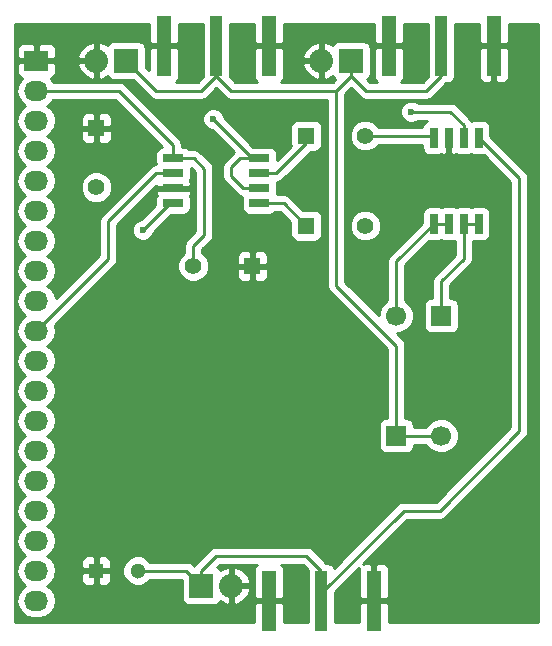
<source format=gtl>
G04 #@! TF.FileFunction,Copper,L1,Top,Signal*
%FSLAX46Y46*%
G04 Gerber Fmt 4.6, Leading zero omitted, Abs format (unit mm)*
G04 Created by KiCad (PCBNEW 4.0.4+e1-6308~48~ubuntu16.04.1-stable) date Fri Nov  4 19:46:32 2016*
%MOMM*%
%LPD*%
G01*
G04 APERTURE LIST*
%ADD10C,0.100000*%
%ADD11R,1.400000X1.400000*%
%ADD12C,1.400000*%
%ADD13R,1.270000X5.080000*%
%ADD14R,1.016000X5.080000*%
%ADD15R,1.700000X0.650000*%
%ADD16R,0.650000X1.700000*%
%ADD17C,1.300000*%
%ADD18R,1.300000X1.300000*%
%ADD19R,2.032000X2.032000*%
%ADD20O,2.032000X2.032000*%
%ADD21R,2.032000X1.727200*%
%ADD22O,2.032000X1.727200*%
%ADD23C,1.699260*%
%ADD24R,1.699260X1.699260*%
%ADD25C,0.600000*%
%ADD26C,0.250000*%
%ADD27C,0.254000*%
G04 APERTURE END LIST*
D10*
D11*
X64770000Y-88265000D03*
D12*
X64770000Y-93265000D03*
D11*
X82550000Y-88900000D03*
D12*
X87550000Y-88900000D03*
D11*
X82550000Y-96520000D03*
D12*
X87550000Y-96520000D03*
D13*
X79375000Y-128270000D03*
X88265000Y-128270000D03*
D14*
X83820000Y-128270000D03*
D13*
X79375000Y-81280000D03*
X70485000Y-81280000D03*
D14*
X74930000Y-81280000D03*
D13*
X98425000Y-81280000D03*
X89535000Y-81280000D03*
D14*
X93980000Y-81280000D03*
D15*
X71280000Y-90805000D03*
X71280000Y-92075000D03*
X71280000Y-93345000D03*
X71280000Y-94615000D03*
X78580000Y-94615000D03*
X78580000Y-93345000D03*
X78580000Y-92075000D03*
X78580000Y-90805000D03*
D16*
X97155000Y-89060000D03*
X95885000Y-89060000D03*
X94615000Y-89060000D03*
X93345000Y-89060000D03*
X93345000Y-96360000D03*
X94615000Y-96360000D03*
X95885000Y-96360000D03*
X97155000Y-96360000D03*
D17*
X68270000Y-125730000D03*
D18*
X64770000Y-125730000D03*
D19*
X73660000Y-127000000D03*
D20*
X76200000Y-127000000D03*
D19*
X67310000Y-82550000D03*
D20*
X64770000Y-82550000D03*
D19*
X86360000Y-82550000D03*
D20*
X83820000Y-82550000D03*
D11*
X77978000Y-99949000D03*
D12*
X72978000Y-99949000D03*
D21*
X59690000Y-82550000D03*
D22*
X59690000Y-85090000D03*
X59690000Y-87630000D03*
X59690000Y-90170000D03*
X59690000Y-92710000D03*
X59690000Y-95250000D03*
X59690000Y-97790000D03*
X59690000Y-100330000D03*
X59690000Y-102870000D03*
X59690000Y-105410000D03*
X59690000Y-107950000D03*
X59690000Y-110490000D03*
X59690000Y-113030000D03*
X59690000Y-115570000D03*
X59690000Y-118110000D03*
X59690000Y-120650000D03*
X59690000Y-123190000D03*
X59690000Y-125730000D03*
X59690000Y-128270000D03*
D23*
X90167460Y-104139480D03*
D24*
X90167460Y-114299480D03*
D23*
X93982540Y-114300520D03*
D24*
X93982540Y-104140520D03*
D25*
X74676000Y-87503000D03*
X91440000Y-86868000D03*
X68707000Y-96901000D03*
D26*
X78580000Y-90805000D02*
X76962000Y-90805000D01*
X77216000Y-93345000D02*
X78580000Y-93345000D01*
X76200000Y-92329000D02*
X77216000Y-93345000D01*
X76200000Y-91567000D02*
X76200000Y-92329000D01*
X76962000Y-90805000D02*
X76200000Y-91567000D01*
X74676000Y-87503000D02*
X77978000Y-90805000D01*
X77978000Y-90805000D02*
X78580000Y-90805000D01*
X78580000Y-92075000D02*
X80010000Y-92075000D01*
X80010000Y-92075000D02*
X82550000Y-89535000D01*
X82550000Y-89535000D02*
X82550000Y-88900000D01*
X87550000Y-88900000D02*
X93185000Y-88900000D01*
X93185000Y-88900000D02*
X93345000Y-89060000D01*
X78580000Y-94615000D02*
X80645000Y-94615000D01*
X80645000Y-94615000D02*
X82550000Y-96520000D01*
X95885000Y-88011000D02*
X95885000Y-89060000D01*
X94742000Y-86868000D02*
X95885000Y-88011000D01*
X91440000Y-86868000D02*
X94742000Y-86868000D01*
X90167460Y-114299480D02*
X90167460Y-106677460D01*
X85090000Y-101600000D02*
X85090000Y-85090000D01*
X90167460Y-106677460D02*
X85090000Y-101600000D01*
X90167460Y-114299480D02*
X93981500Y-114299480D01*
X93981500Y-114299480D02*
X93982540Y-114300520D01*
X86360000Y-82550000D02*
X86360000Y-83820000D01*
X86360000Y-83820000D02*
X87630000Y-85090000D01*
X93980000Y-83820000D02*
X93980000Y-81280000D01*
X74930000Y-81280000D02*
X74930000Y-83820000D01*
X85090000Y-85090000D02*
X86360000Y-83820000D01*
X67310000Y-82550000D02*
X69850000Y-85090000D01*
X74930000Y-83820000D02*
X76200000Y-85090000D01*
X76200000Y-85090000D02*
X85090000Y-85090000D01*
X69850000Y-85090000D02*
X73660000Y-85090000D01*
X73660000Y-85090000D02*
X74930000Y-83820000D01*
X92710000Y-85090000D02*
X93980000Y-83820000D01*
X87630000Y-85090000D02*
X92710000Y-85090000D01*
X95885000Y-96360000D02*
X97155000Y-96360000D01*
X93982540Y-104140520D02*
X93982540Y-101216460D01*
X95885000Y-99314000D02*
X95885000Y-96360000D01*
X93982540Y-101216460D02*
X95885000Y-99314000D01*
X93345000Y-96360000D02*
X94615000Y-96360000D01*
X90167460Y-104139480D02*
X90167460Y-99537540D01*
X90167460Y-99537540D02*
X93345000Y-96360000D01*
X90167460Y-104139480D02*
X90805520Y-104139480D01*
X83820000Y-128270000D02*
X83820000Y-127635000D01*
X83820000Y-127635000D02*
X90805000Y-120650000D01*
X100584000Y-92489000D02*
X97155000Y-89060000D01*
X100584000Y-113919000D02*
X100584000Y-92489000D01*
X93853000Y-120650000D02*
X100584000Y-113919000D01*
X90805000Y-120650000D02*
X93853000Y-120650000D01*
X68270000Y-125730000D02*
X72390000Y-125730000D01*
X72390000Y-125730000D02*
X73660000Y-127000000D01*
X73660000Y-127000000D02*
X73660000Y-125730000D01*
X73660000Y-125730000D02*
X74930000Y-124460000D01*
X74930000Y-124460000D02*
X82550000Y-124460000D01*
X82550000Y-124460000D02*
X83820000Y-125730000D01*
X83820000Y-125730000D02*
X83820000Y-128270000D01*
X68707000Y-96901000D02*
X70993000Y-94615000D01*
X70993000Y-94615000D02*
X71280000Y-94615000D01*
X71280000Y-92075000D02*
X69850000Y-92075000D01*
X65786000Y-99314000D02*
X59690000Y-105410000D01*
X65786000Y-96139000D02*
X65786000Y-99314000D01*
X69850000Y-92075000D02*
X65786000Y-96139000D01*
X72978000Y-99949000D02*
X72978000Y-98218000D01*
X73025000Y-90805000D02*
X71280000Y-90805000D01*
X73914000Y-91694000D02*
X73025000Y-90805000D01*
X73914000Y-97282000D02*
X73914000Y-91694000D01*
X72978000Y-98218000D02*
X73914000Y-97282000D01*
X59690000Y-85090000D02*
X66675000Y-85090000D01*
X71280000Y-89695000D02*
X71280000Y-90805000D01*
X66675000Y-85090000D02*
X71280000Y-89695000D01*
D27*
G36*
X69215000Y-80994250D02*
X69373750Y-81153000D01*
X70358000Y-81153000D01*
X70358000Y-81133000D01*
X70612000Y-81133000D01*
X70612000Y-81153000D01*
X71596250Y-81153000D01*
X71755000Y-80994250D01*
X71755000Y-79450000D01*
X73774560Y-79450000D01*
X73774560Y-83820000D01*
X73787330Y-83887868D01*
X73345198Y-84330000D01*
X71508025Y-84330000D01*
X71658327Y-84179699D01*
X71755000Y-83946310D01*
X71755000Y-81565750D01*
X71596250Y-81407000D01*
X70612000Y-81407000D01*
X70612000Y-81427000D01*
X70358000Y-81427000D01*
X70358000Y-81407000D01*
X69373750Y-81407000D01*
X69215000Y-81565750D01*
X69215000Y-83380198D01*
X68973440Y-83138638D01*
X68973440Y-81534000D01*
X68929162Y-81298683D01*
X68790090Y-81082559D01*
X68577890Y-80937569D01*
X68326000Y-80886560D01*
X66294000Y-80886560D01*
X66058683Y-80930838D01*
X65842559Y-81069910D01*
X65742144Y-81216872D01*
X65738379Y-81212812D01*
X65152946Y-80944017D01*
X64897000Y-81062633D01*
X64897000Y-82423000D01*
X64917000Y-82423000D01*
X64917000Y-82677000D01*
X64897000Y-82677000D01*
X64897000Y-84037367D01*
X65152946Y-84155983D01*
X65738379Y-83887188D01*
X65742934Y-83882276D01*
X65829910Y-84017441D01*
X66042110Y-84162431D01*
X66294000Y-84213440D01*
X67898638Y-84213440D01*
X69312599Y-85627401D01*
X69559160Y-85792148D01*
X69607414Y-85801746D01*
X69850000Y-85850000D01*
X73660000Y-85850000D01*
X73950839Y-85792148D01*
X74197401Y-85627401D01*
X74930000Y-84894802D01*
X75662599Y-85627401D01*
X75909160Y-85792148D01*
X76200000Y-85850000D01*
X84330000Y-85850000D01*
X84330000Y-101600000D01*
X84387852Y-101890839D01*
X84552599Y-102137401D01*
X89407460Y-106992262D01*
X89407460Y-112802410D01*
X89317830Y-112802410D01*
X89082513Y-112846688D01*
X88866389Y-112985760D01*
X88721399Y-113197960D01*
X88670390Y-113449850D01*
X88670390Y-115149110D01*
X88714668Y-115384427D01*
X88853740Y-115600551D01*
X89065940Y-115745541D01*
X89317830Y-115796550D01*
X91017090Y-115796550D01*
X91252407Y-115752272D01*
X91468531Y-115613200D01*
X91613521Y-115401000D01*
X91664530Y-115149110D01*
X91664530Y-115059480D01*
X92689764Y-115059480D01*
X92723198Y-115140397D01*
X93140466Y-115558394D01*
X93685933Y-115784892D01*
X94276556Y-115785408D01*
X94822417Y-115559862D01*
X95240414Y-115142594D01*
X95466912Y-114597127D01*
X95467428Y-114006504D01*
X95241882Y-113460643D01*
X94824614Y-113042646D01*
X94279147Y-112816148D01*
X93688524Y-112815632D01*
X93142663Y-113041178D01*
X92724666Y-113458446D01*
X92691018Y-113539480D01*
X91664530Y-113539480D01*
X91664530Y-113449850D01*
X91620252Y-113214533D01*
X91481180Y-112998409D01*
X91268980Y-112853419D01*
X91017090Y-112802410D01*
X90927460Y-112802410D01*
X90927460Y-106677460D01*
X90869608Y-106386621D01*
X90704861Y-106140059D01*
X90188932Y-105624130D01*
X90461476Y-105624368D01*
X91007337Y-105398822D01*
X91425334Y-104981554D01*
X91651832Y-104436087D01*
X91652348Y-103845464D01*
X91426802Y-103299603D01*
X91009534Y-102881606D01*
X90927460Y-102847526D01*
X90927460Y-99852342D01*
X92938804Y-97840998D01*
X93020000Y-97857440D01*
X93670000Y-97857440D01*
X93905317Y-97813162D01*
X93978778Y-97765891D01*
X94038110Y-97806431D01*
X94290000Y-97857440D01*
X94940000Y-97857440D01*
X95125000Y-97822630D01*
X95125000Y-98999198D01*
X93445139Y-100679059D01*
X93280392Y-100925621D01*
X93222540Y-101216460D01*
X93222540Y-102643450D01*
X93132910Y-102643450D01*
X92897593Y-102687728D01*
X92681469Y-102826800D01*
X92536479Y-103039000D01*
X92485470Y-103290890D01*
X92485470Y-104990150D01*
X92529748Y-105225467D01*
X92668820Y-105441591D01*
X92881020Y-105586581D01*
X93132910Y-105637590D01*
X94832170Y-105637590D01*
X95067487Y-105593312D01*
X95283611Y-105454240D01*
X95428601Y-105242040D01*
X95479610Y-104990150D01*
X95479610Y-103290890D01*
X95435332Y-103055573D01*
X95296260Y-102839449D01*
X95084060Y-102694459D01*
X94832170Y-102643450D01*
X94742540Y-102643450D01*
X94742540Y-101531262D01*
X96422401Y-99851401D01*
X96587148Y-99604839D01*
X96645000Y-99314000D01*
X96645000Y-97819977D01*
X96830000Y-97857440D01*
X97480000Y-97857440D01*
X97715317Y-97813162D01*
X97931441Y-97674090D01*
X98076431Y-97461890D01*
X98127440Y-97210000D01*
X98127440Y-95510000D01*
X98083162Y-95274683D01*
X97944090Y-95058559D01*
X97731890Y-94913569D01*
X97480000Y-94862560D01*
X96830000Y-94862560D01*
X96594683Y-94906838D01*
X96521222Y-94954109D01*
X96461890Y-94913569D01*
X96210000Y-94862560D01*
X95560000Y-94862560D01*
X95324683Y-94906838D01*
X95251222Y-94954109D01*
X95191890Y-94913569D01*
X94940000Y-94862560D01*
X94290000Y-94862560D01*
X94054683Y-94906838D01*
X93981222Y-94954109D01*
X93921890Y-94913569D01*
X93670000Y-94862560D01*
X93020000Y-94862560D01*
X92784683Y-94906838D01*
X92568559Y-95045910D01*
X92423569Y-95258110D01*
X92372560Y-95510000D01*
X92372560Y-96257638D01*
X89630059Y-99000139D01*
X89465312Y-99246701D01*
X89407460Y-99537540D01*
X89407460Y-102847133D01*
X89327583Y-102880138D01*
X88909586Y-103297406D01*
X88683088Y-103842873D01*
X88682848Y-104118046D01*
X85850000Y-101285198D01*
X85850000Y-96784383D01*
X86214769Y-96784383D01*
X86417582Y-97275229D01*
X86792796Y-97651098D01*
X87283287Y-97854768D01*
X87814383Y-97855231D01*
X88305229Y-97652418D01*
X88681098Y-97277204D01*
X88884768Y-96786713D01*
X88885231Y-96255617D01*
X88682418Y-95764771D01*
X88307204Y-95388902D01*
X87816713Y-95185232D01*
X87285617Y-95184769D01*
X86794771Y-95387582D01*
X86418902Y-95762796D01*
X86215232Y-96253287D01*
X86214769Y-96784383D01*
X85850000Y-96784383D01*
X85850000Y-85404802D01*
X86360000Y-84894802D01*
X87092599Y-85627401D01*
X87339160Y-85792148D01*
X87630000Y-85850000D01*
X92710000Y-85850000D01*
X93000839Y-85792148D01*
X93247401Y-85627401D01*
X94407362Y-84467440D01*
X94488000Y-84467440D01*
X94723317Y-84423162D01*
X94939441Y-84284090D01*
X95084431Y-84071890D01*
X95135440Y-83820000D01*
X95135440Y-81565750D01*
X97155000Y-81565750D01*
X97155000Y-83946310D01*
X97251673Y-84179699D01*
X97430302Y-84358327D01*
X97663691Y-84455000D01*
X98139250Y-84455000D01*
X98298000Y-84296250D01*
X98298000Y-81407000D01*
X98552000Y-81407000D01*
X98552000Y-84296250D01*
X98710750Y-84455000D01*
X99186309Y-84455000D01*
X99419698Y-84358327D01*
X99598327Y-84179699D01*
X99695000Y-83946310D01*
X99695000Y-81565750D01*
X99536250Y-81407000D01*
X98552000Y-81407000D01*
X98298000Y-81407000D01*
X97313750Y-81407000D01*
X97155000Y-81565750D01*
X95135440Y-81565750D01*
X95135440Y-79450000D01*
X97155000Y-79450000D01*
X97155000Y-80994250D01*
X97313750Y-81153000D01*
X98298000Y-81153000D01*
X98298000Y-81133000D01*
X98552000Y-81133000D01*
X98552000Y-81153000D01*
X99536250Y-81153000D01*
X99695000Y-80994250D01*
X99695000Y-79450000D01*
X102160000Y-79450000D01*
X102160000Y-130100000D01*
X89535000Y-130100000D01*
X89535000Y-128555750D01*
X89376250Y-128397000D01*
X88392000Y-128397000D01*
X88392000Y-128417000D01*
X88138000Y-128417000D01*
X88138000Y-128397000D01*
X87153750Y-128397000D01*
X86995000Y-128555750D01*
X86995000Y-130100000D01*
X84975440Y-130100000D01*
X84975440Y-127554362D01*
X87043711Y-125486091D01*
X86995000Y-125603690D01*
X86995000Y-127984250D01*
X87153750Y-128143000D01*
X88138000Y-128143000D01*
X88138000Y-125253750D01*
X88392000Y-125253750D01*
X88392000Y-128143000D01*
X89376250Y-128143000D01*
X89535000Y-127984250D01*
X89535000Y-125603690D01*
X89438327Y-125370301D01*
X89259698Y-125191673D01*
X89026309Y-125095000D01*
X88550750Y-125095000D01*
X88392000Y-125253750D01*
X88138000Y-125253750D01*
X87979250Y-125095000D01*
X87503691Y-125095000D01*
X87386090Y-125143712D01*
X91119802Y-121410000D01*
X93853000Y-121410000D01*
X94143839Y-121352148D01*
X94390401Y-121187401D01*
X101121401Y-114456401D01*
X101286147Y-114209840D01*
X101286148Y-114209839D01*
X101344000Y-113919000D01*
X101344000Y-92489000D01*
X101323313Y-92385000D01*
X101286148Y-92198160D01*
X101121401Y-91951599D01*
X98127440Y-88957638D01*
X98127440Y-88210000D01*
X98083162Y-87974683D01*
X97944090Y-87758559D01*
X97731890Y-87613569D01*
X97480000Y-87562560D01*
X96830000Y-87562560D01*
X96594683Y-87606838D01*
X96536461Y-87644303D01*
X96422401Y-87473599D01*
X95279401Y-86330599D01*
X95032839Y-86165852D01*
X94742000Y-86108000D01*
X92002463Y-86108000D01*
X91970327Y-86075808D01*
X91626799Y-85933162D01*
X91254833Y-85932838D01*
X90911057Y-86074883D01*
X90647808Y-86337673D01*
X90505162Y-86681201D01*
X90504838Y-87053167D01*
X90646883Y-87396943D01*
X90909673Y-87660192D01*
X91253201Y-87802838D01*
X91625167Y-87803162D01*
X91968943Y-87661117D01*
X92002118Y-87628000D01*
X92751796Y-87628000D01*
X92568559Y-87745910D01*
X92423569Y-87958110D01*
X92386735Y-88140000D01*
X88677655Y-88140000D01*
X88307204Y-87768902D01*
X87816713Y-87565232D01*
X87285617Y-87564769D01*
X86794771Y-87767582D01*
X86418902Y-88142796D01*
X86215232Y-88633287D01*
X86214769Y-89164383D01*
X86417582Y-89655229D01*
X86792796Y-90031098D01*
X87283287Y-90234768D01*
X87814383Y-90235231D01*
X88305229Y-90032418D01*
X88678297Y-89660000D01*
X92372560Y-89660000D01*
X92372560Y-89910000D01*
X92416838Y-90145317D01*
X92555910Y-90361441D01*
X92768110Y-90506431D01*
X93020000Y-90557440D01*
X93670000Y-90557440D01*
X93905317Y-90513162D01*
X93976400Y-90467422D01*
X94163690Y-90545000D01*
X94329250Y-90545000D01*
X94488000Y-90386250D01*
X94488000Y-89187000D01*
X94468000Y-89187000D01*
X94468000Y-88933000D01*
X94488000Y-88933000D01*
X94488000Y-88913000D01*
X94742000Y-88913000D01*
X94742000Y-88933000D01*
X94762000Y-88933000D01*
X94762000Y-89187000D01*
X94742000Y-89187000D01*
X94742000Y-90386250D01*
X94900750Y-90545000D01*
X95066310Y-90545000D01*
X95251993Y-90468088D01*
X95308110Y-90506431D01*
X95560000Y-90557440D01*
X96210000Y-90557440D01*
X96445317Y-90513162D01*
X96518778Y-90465891D01*
X96578110Y-90506431D01*
X96830000Y-90557440D01*
X97480000Y-90557440D01*
X97562176Y-90541978D01*
X99824000Y-92803802D01*
X99824000Y-113604198D01*
X93538198Y-119890000D01*
X90805000Y-119890000D01*
X90514161Y-119947852D01*
X90267599Y-120112599D01*
X84913290Y-125466908D01*
X84792090Y-125278559D01*
X84579890Y-125133569D01*
X84328000Y-125082560D01*
X84247362Y-125082560D01*
X83087401Y-123922599D01*
X82840839Y-123757852D01*
X82550000Y-123700000D01*
X74930000Y-123700000D01*
X74639160Y-123757852D01*
X74392599Y-123922599D01*
X73122599Y-125192599D01*
X73044414Y-125309612D01*
X72927401Y-125192599D01*
X72680839Y-125027852D01*
X72390000Y-124970000D01*
X69327006Y-124970000D01*
X68998845Y-124641265D01*
X68526724Y-124445223D01*
X68015519Y-124444777D01*
X67543057Y-124639995D01*
X67181265Y-125001155D01*
X66985223Y-125473276D01*
X66984777Y-125984481D01*
X67179995Y-126456943D01*
X67541155Y-126818735D01*
X68013276Y-127014777D01*
X68524481Y-127015223D01*
X68996943Y-126820005D01*
X69327525Y-126490000D01*
X71996560Y-126490000D01*
X71996560Y-128016000D01*
X72040838Y-128251317D01*
X72179910Y-128467441D01*
X72392110Y-128612431D01*
X72644000Y-128663440D01*
X74676000Y-128663440D01*
X74911317Y-128619162D01*
X75127441Y-128480090D01*
X75227856Y-128333128D01*
X75231621Y-128337188D01*
X75817054Y-128605983D01*
X76073000Y-128487367D01*
X76073000Y-127127000D01*
X76327000Y-127127000D01*
X76327000Y-128487367D01*
X76582946Y-128605983D01*
X77168379Y-128337188D01*
X77606385Y-127864818D01*
X77805975Y-127382944D01*
X77686836Y-127127000D01*
X76327000Y-127127000D01*
X76073000Y-127127000D01*
X76053000Y-127127000D01*
X76053000Y-126873000D01*
X76073000Y-126873000D01*
X76073000Y-125512633D01*
X76327000Y-125512633D01*
X76327000Y-126873000D01*
X77686836Y-126873000D01*
X77805975Y-126617056D01*
X77606385Y-126135182D01*
X77168379Y-125662812D01*
X76582946Y-125394017D01*
X76327000Y-125512633D01*
X76073000Y-125512633D01*
X75817054Y-125394017D01*
X75231621Y-125662812D01*
X75227066Y-125667724D01*
X75140090Y-125532559D01*
X75016612Y-125448190D01*
X75244802Y-125220000D01*
X78351975Y-125220000D01*
X78201673Y-125370301D01*
X78105000Y-125603690D01*
X78105000Y-127984250D01*
X78263750Y-128143000D01*
X79248000Y-128143000D01*
X79248000Y-128123000D01*
X79502000Y-128123000D01*
X79502000Y-128143000D01*
X80486250Y-128143000D01*
X80645000Y-127984250D01*
X80645000Y-125603690D01*
X80548327Y-125370301D01*
X80398025Y-125220000D01*
X82235198Y-125220000D01*
X82678140Y-125662942D01*
X82664560Y-125730000D01*
X82664560Y-130100000D01*
X80645000Y-130100000D01*
X80645000Y-128555750D01*
X80486250Y-128397000D01*
X79502000Y-128397000D01*
X79502000Y-128417000D01*
X79248000Y-128417000D01*
X79248000Y-128397000D01*
X78263750Y-128397000D01*
X78105000Y-128555750D01*
X78105000Y-130100000D01*
X57860000Y-130100000D01*
X57860000Y-85090000D01*
X58006655Y-85090000D01*
X58120729Y-85663489D01*
X58445585Y-86149670D01*
X58760366Y-86360000D01*
X58445585Y-86570330D01*
X58120729Y-87056511D01*
X58006655Y-87630000D01*
X58120729Y-88203489D01*
X58445585Y-88689670D01*
X58760366Y-88900000D01*
X58445585Y-89110330D01*
X58120729Y-89596511D01*
X58006655Y-90170000D01*
X58120729Y-90743489D01*
X58445585Y-91229670D01*
X58760366Y-91440000D01*
X58445585Y-91650330D01*
X58120729Y-92136511D01*
X58006655Y-92710000D01*
X58120729Y-93283489D01*
X58445585Y-93769670D01*
X58760366Y-93980000D01*
X58445585Y-94190330D01*
X58120729Y-94676511D01*
X58006655Y-95250000D01*
X58120729Y-95823489D01*
X58445585Y-96309670D01*
X58760366Y-96520000D01*
X58445585Y-96730330D01*
X58120729Y-97216511D01*
X58006655Y-97790000D01*
X58120729Y-98363489D01*
X58445585Y-98849670D01*
X58760366Y-99060000D01*
X58445585Y-99270330D01*
X58120729Y-99756511D01*
X58006655Y-100330000D01*
X58120729Y-100903489D01*
X58445585Y-101389670D01*
X58760366Y-101600000D01*
X58445585Y-101810330D01*
X58120729Y-102296511D01*
X58006655Y-102870000D01*
X58120729Y-103443489D01*
X58445585Y-103929670D01*
X58760366Y-104140000D01*
X58445585Y-104350330D01*
X58120729Y-104836511D01*
X58006655Y-105410000D01*
X58120729Y-105983489D01*
X58445585Y-106469670D01*
X58760366Y-106680000D01*
X58445585Y-106890330D01*
X58120729Y-107376511D01*
X58006655Y-107950000D01*
X58120729Y-108523489D01*
X58445585Y-109009670D01*
X58760366Y-109220000D01*
X58445585Y-109430330D01*
X58120729Y-109916511D01*
X58006655Y-110490000D01*
X58120729Y-111063489D01*
X58445585Y-111549670D01*
X58760366Y-111760000D01*
X58445585Y-111970330D01*
X58120729Y-112456511D01*
X58006655Y-113030000D01*
X58120729Y-113603489D01*
X58445585Y-114089670D01*
X58760366Y-114300000D01*
X58445585Y-114510330D01*
X58120729Y-114996511D01*
X58006655Y-115570000D01*
X58120729Y-116143489D01*
X58445585Y-116629670D01*
X58760366Y-116840000D01*
X58445585Y-117050330D01*
X58120729Y-117536511D01*
X58006655Y-118110000D01*
X58120729Y-118683489D01*
X58445585Y-119169670D01*
X58760366Y-119380000D01*
X58445585Y-119590330D01*
X58120729Y-120076511D01*
X58006655Y-120650000D01*
X58120729Y-121223489D01*
X58445585Y-121709670D01*
X58760366Y-121920000D01*
X58445585Y-122130330D01*
X58120729Y-122616511D01*
X58006655Y-123190000D01*
X58120729Y-123763489D01*
X58445585Y-124249670D01*
X58760366Y-124460000D01*
X58445585Y-124670330D01*
X58120729Y-125156511D01*
X58006655Y-125730000D01*
X58120729Y-126303489D01*
X58445585Y-126789670D01*
X58760366Y-127000000D01*
X58445585Y-127210330D01*
X58120729Y-127696511D01*
X58006655Y-128270000D01*
X58120729Y-128843489D01*
X58445585Y-129329670D01*
X58931766Y-129654526D01*
X59505255Y-129768600D01*
X59874745Y-129768600D01*
X60448234Y-129654526D01*
X60934415Y-129329670D01*
X61259271Y-128843489D01*
X61373345Y-128270000D01*
X61259271Y-127696511D01*
X60934415Y-127210330D01*
X60619634Y-127000000D01*
X60934415Y-126789670D01*
X61259271Y-126303489D01*
X61316505Y-126015750D01*
X63485000Y-126015750D01*
X63485000Y-126506310D01*
X63581673Y-126739699D01*
X63760302Y-126918327D01*
X63993691Y-127015000D01*
X64484250Y-127015000D01*
X64643000Y-126856250D01*
X64643000Y-125857000D01*
X64897000Y-125857000D01*
X64897000Y-126856250D01*
X65055750Y-127015000D01*
X65546309Y-127015000D01*
X65779698Y-126918327D01*
X65958327Y-126739699D01*
X66055000Y-126506310D01*
X66055000Y-126015750D01*
X65896250Y-125857000D01*
X64897000Y-125857000D01*
X64643000Y-125857000D01*
X63643750Y-125857000D01*
X63485000Y-126015750D01*
X61316505Y-126015750D01*
X61373345Y-125730000D01*
X61259271Y-125156511D01*
X61123751Y-124953690D01*
X63485000Y-124953690D01*
X63485000Y-125444250D01*
X63643750Y-125603000D01*
X64643000Y-125603000D01*
X64643000Y-124603750D01*
X64897000Y-124603750D01*
X64897000Y-125603000D01*
X65896250Y-125603000D01*
X66055000Y-125444250D01*
X66055000Y-124953690D01*
X65958327Y-124720301D01*
X65779698Y-124541673D01*
X65546309Y-124445000D01*
X65055750Y-124445000D01*
X64897000Y-124603750D01*
X64643000Y-124603750D01*
X64484250Y-124445000D01*
X63993691Y-124445000D01*
X63760302Y-124541673D01*
X63581673Y-124720301D01*
X63485000Y-124953690D01*
X61123751Y-124953690D01*
X60934415Y-124670330D01*
X60619634Y-124460000D01*
X60934415Y-124249670D01*
X61259271Y-123763489D01*
X61373345Y-123190000D01*
X61259271Y-122616511D01*
X60934415Y-122130330D01*
X60619634Y-121920000D01*
X60934415Y-121709670D01*
X61259271Y-121223489D01*
X61373345Y-120650000D01*
X61259271Y-120076511D01*
X60934415Y-119590330D01*
X60619634Y-119380000D01*
X60934415Y-119169670D01*
X61259271Y-118683489D01*
X61373345Y-118110000D01*
X61259271Y-117536511D01*
X60934415Y-117050330D01*
X60619634Y-116840000D01*
X60934415Y-116629670D01*
X61259271Y-116143489D01*
X61373345Y-115570000D01*
X61259271Y-114996511D01*
X60934415Y-114510330D01*
X60619634Y-114300000D01*
X60934415Y-114089670D01*
X61259271Y-113603489D01*
X61373345Y-113030000D01*
X61259271Y-112456511D01*
X60934415Y-111970330D01*
X60619634Y-111760000D01*
X60934415Y-111549670D01*
X61259271Y-111063489D01*
X61373345Y-110490000D01*
X61259271Y-109916511D01*
X60934415Y-109430330D01*
X60619634Y-109220000D01*
X60934415Y-109009670D01*
X61259271Y-108523489D01*
X61373345Y-107950000D01*
X61259271Y-107376511D01*
X60934415Y-106890330D01*
X60619634Y-106680000D01*
X60934415Y-106469670D01*
X61259271Y-105983489D01*
X61373345Y-105410000D01*
X61272381Y-104902421D01*
X66323401Y-99851401D01*
X66488148Y-99604839D01*
X66546000Y-99314000D01*
X66546000Y-97086167D01*
X67771838Y-97086167D01*
X67913883Y-97429943D01*
X68176673Y-97693192D01*
X68520201Y-97835838D01*
X68892167Y-97836162D01*
X69235943Y-97694117D01*
X69499192Y-97431327D01*
X69641838Y-97087799D01*
X69641879Y-97040923D01*
X71095362Y-95587440D01*
X72130000Y-95587440D01*
X72365317Y-95543162D01*
X72581441Y-95404090D01*
X72726431Y-95191890D01*
X72777440Y-94940000D01*
X72777440Y-94290000D01*
X72733162Y-94054683D01*
X72687422Y-93983600D01*
X72765000Y-93796310D01*
X72765000Y-93630750D01*
X72606250Y-93472000D01*
X71407000Y-93472000D01*
X71407000Y-93492000D01*
X71153000Y-93492000D01*
X71153000Y-93472000D01*
X69953750Y-93472000D01*
X69795000Y-93630750D01*
X69795000Y-93796310D01*
X69871912Y-93981993D01*
X69833569Y-94038110D01*
X69782560Y-94290000D01*
X69782560Y-94750638D01*
X68567320Y-95965878D01*
X68521833Y-95965838D01*
X68178057Y-96107883D01*
X67914808Y-96370673D01*
X67772162Y-96714201D01*
X67771838Y-97086167D01*
X66546000Y-97086167D01*
X66546000Y-96453802D01*
X69867776Y-93132026D01*
X69953750Y-93218000D01*
X71153000Y-93218000D01*
X71153000Y-93198000D01*
X71407000Y-93198000D01*
X71407000Y-93218000D01*
X72606250Y-93218000D01*
X72765000Y-93059250D01*
X72765000Y-92893690D01*
X72688088Y-92708007D01*
X72726431Y-92651890D01*
X72777440Y-92400000D01*
X72777440Y-91750000D01*
X72750147Y-91604949D01*
X73154000Y-92008802D01*
X73154000Y-96967198D01*
X72440599Y-97680599D01*
X72275852Y-97927161D01*
X72218000Y-98218000D01*
X72218000Y-98821345D01*
X71846902Y-99191796D01*
X71643232Y-99682287D01*
X71642769Y-100213383D01*
X71845582Y-100704229D01*
X72220796Y-101080098D01*
X72711287Y-101283768D01*
X73242383Y-101284231D01*
X73733229Y-101081418D01*
X74109098Y-100706204D01*
X74304863Y-100234750D01*
X76643000Y-100234750D01*
X76643000Y-100775310D01*
X76739673Y-101008699D01*
X76918302Y-101187327D01*
X77151691Y-101284000D01*
X77692250Y-101284000D01*
X77851000Y-101125250D01*
X77851000Y-100076000D01*
X78105000Y-100076000D01*
X78105000Y-101125250D01*
X78263750Y-101284000D01*
X78804309Y-101284000D01*
X79037698Y-101187327D01*
X79216327Y-101008699D01*
X79313000Y-100775310D01*
X79313000Y-100234750D01*
X79154250Y-100076000D01*
X78105000Y-100076000D01*
X77851000Y-100076000D01*
X76801750Y-100076000D01*
X76643000Y-100234750D01*
X74304863Y-100234750D01*
X74312768Y-100215713D01*
X74313231Y-99684617D01*
X74110418Y-99193771D01*
X74039461Y-99122690D01*
X76643000Y-99122690D01*
X76643000Y-99663250D01*
X76801750Y-99822000D01*
X77851000Y-99822000D01*
X77851000Y-98772750D01*
X78105000Y-98772750D01*
X78105000Y-99822000D01*
X79154250Y-99822000D01*
X79313000Y-99663250D01*
X79313000Y-99122690D01*
X79216327Y-98889301D01*
X79037698Y-98710673D01*
X78804309Y-98614000D01*
X78263750Y-98614000D01*
X78105000Y-98772750D01*
X77851000Y-98772750D01*
X77692250Y-98614000D01*
X77151691Y-98614000D01*
X76918302Y-98710673D01*
X76739673Y-98889301D01*
X76643000Y-99122690D01*
X74039461Y-99122690D01*
X73738000Y-98820703D01*
X73738000Y-98532802D01*
X74451401Y-97819401D01*
X74616148Y-97572839D01*
X74674000Y-97282000D01*
X74674000Y-91694000D01*
X74616148Y-91403161D01*
X74451401Y-91156599D01*
X73562401Y-90267599D01*
X73315839Y-90102852D01*
X73025000Y-90045000D01*
X72604669Y-90045000D01*
X72594090Y-90028559D01*
X72381890Y-89883569D01*
X72130000Y-89832560D01*
X72040000Y-89832560D01*
X72040000Y-89695000D01*
X71982148Y-89404161D01*
X71982148Y-89404160D01*
X71817401Y-89157599D01*
X70347969Y-87688167D01*
X73740838Y-87688167D01*
X73882883Y-88031943D01*
X74145673Y-88295192D01*
X74489201Y-88437838D01*
X74536077Y-88437879D01*
X76395198Y-90297000D01*
X75662599Y-91029599D01*
X75497852Y-91276161D01*
X75440000Y-91567000D01*
X75440000Y-92329000D01*
X75497852Y-92619839D01*
X75662599Y-92866401D01*
X76678599Y-93882401D01*
X76925161Y-94047148D01*
X77123740Y-94086648D01*
X77082560Y-94290000D01*
X77082560Y-94940000D01*
X77126838Y-95175317D01*
X77265910Y-95391441D01*
X77478110Y-95536431D01*
X77730000Y-95587440D01*
X79430000Y-95587440D01*
X79665317Y-95543162D01*
X79881441Y-95404090D01*
X79901317Y-95375000D01*
X80330198Y-95375000D01*
X81202560Y-96247362D01*
X81202560Y-97220000D01*
X81246838Y-97455317D01*
X81385910Y-97671441D01*
X81598110Y-97816431D01*
X81850000Y-97867440D01*
X83250000Y-97867440D01*
X83485317Y-97823162D01*
X83701441Y-97684090D01*
X83846431Y-97471890D01*
X83897440Y-97220000D01*
X83897440Y-95820000D01*
X83853162Y-95584683D01*
X83714090Y-95368559D01*
X83501890Y-95223569D01*
X83250000Y-95172560D01*
X82277362Y-95172560D01*
X81182401Y-94077599D01*
X80935839Y-93912852D01*
X80645000Y-93855000D01*
X80039977Y-93855000D01*
X80077440Y-93670000D01*
X80077440Y-93020000D01*
X80041453Y-92828744D01*
X80300839Y-92777148D01*
X80547401Y-92612401D01*
X82912362Y-90247440D01*
X83250000Y-90247440D01*
X83485317Y-90203162D01*
X83701441Y-90064090D01*
X83846431Y-89851890D01*
X83897440Y-89600000D01*
X83897440Y-88200000D01*
X83853162Y-87964683D01*
X83714090Y-87748559D01*
X83501890Y-87603569D01*
X83250000Y-87552560D01*
X81850000Y-87552560D01*
X81614683Y-87596838D01*
X81398559Y-87735910D01*
X81253569Y-87948110D01*
X81202560Y-88200000D01*
X81202560Y-89600000D01*
X81235443Y-89774755D01*
X80077440Y-90932758D01*
X80077440Y-90480000D01*
X80033162Y-90244683D01*
X79894090Y-90028559D01*
X79681890Y-89883569D01*
X79430000Y-89832560D01*
X78080362Y-89832560D01*
X75611122Y-87363320D01*
X75611162Y-87317833D01*
X75469117Y-86974057D01*
X75206327Y-86710808D01*
X74862799Y-86568162D01*
X74490833Y-86567838D01*
X74147057Y-86709883D01*
X73883808Y-86972673D01*
X73741162Y-87316201D01*
X73740838Y-87688167D01*
X70347969Y-87688167D01*
X67212401Y-84552599D01*
X66965839Y-84387852D01*
X66675000Y-84330000D01*
X61134648Y-84330000D01*
X60934415Y-84030330D01*
X60912220Y-84015500D01*
X61065699Y-83951927D01*
X61244327Y-83773298D01*
X61341000Y-83539909D01*
X61341000Y-82932944D01*
X63164025Y-82932944D01*
X63363615Y-83414818D01*
X63801621Y-83887188D01*
X64387054Y-84155983D01*
X64643000Y-84037367D01*
X64643000Y-82677000D01*
X63283164Y-82677000D01*
X63164025Y-82932944D01*
X61341000Y-82932944D01*
X61341000Y-82835750D01*
X61182250Y-82677000D01*
X59817000Y-82677000D01*
X59817000Y-82697000D01*
X59563000Y-82697000D01*
X59563000Y-82677000D01*
X58197750Y-82677000D01*
X58039000Y-82835750D01*
X58039000Y-83539909D01*
X58135673Y-83773298D01*
X58314301Y-83951927D01*
X58467780Y-84015500D01*
X58445585Y-84030330D01*
X58120729Y-84516511D01*
X58006655Y-85090000D01*
X57860000Y-85090000D01*
X57860000Y-81560091D01*
X58039000Y-81560091D01*
X58039000Y-82264250D01*
X58197750Y-82423000D01*
X59563000Y-82423000D01*
X59563000Y-81210150D01*
X59817000Y-81210150D01*
X59817000Y-82423000D01*
X61182250Y-82423000D01*
X61341000Y-82264250D01*
X61341000Y-82167056D01*
X63164025Y-82167056D01*
X63283164Y-82423000D01*
X64643000Y-82423000D01*
X64643000Y-81062633D01*
X64387054Y-80944017D01*
X63801621Y-81212812D01*
X63363615Y-81685182D01*
X63164025Y-82167056D01*
X61341000Y-82167056D01*
X61341000Y-81560091D01*
X61244327Y-81326702D01*
X61065699Y-81148073D01*
X60832310Y-81051400D01*
X59975750Y-81051400D01*
X59817000Y-81210150D01*
X59563000Y-81210150D01*
X59404250Y-81051400D01*
X58547690Y-81051400D01*
X58314301Y-81148073D01*
X58135673Y-81326702D01*
X58039000Y-81560091D01*
X57860000Y-81560091D01*
X57860000Y-79450000D01*
X69215000Y-79450000D01*
X69215000Y-80994250D01*
X69215000Y-80994250D01*
G37*
X69215000Y-80994250D02*
X69373750Y-81153000D01*
X70358000Y-81153000D01*
X70358000Y-81133000D01*
X70612000Y-81133000D01*
X70612000Y-81153000D01*
X71596250Y-81153000D01*
X71755000Y-80994250D01*
X71755000Y-79450000D01*
X73774560Y-79450000D01*
X73774560Y-83820000D01*
X73787330Y-83887868D01*
X73345198Y-84330000D01*
X71508025Y-84330000D01*
X71658327Y-84179699D01*
X71755000Y-83946310D01*
X71755000Y-81565750D01*
X71596250Y-81407000D01*
X70612000Y-81407000D01*
X70612000Y-81427000D01*
X70358000Y-81427000D01*
X70358000Y-81407000D01*
X69373750Y-81407000D01*
X69215000Y-81565750D01*
X69215000Y-83380198D01*
X68973440Y-83138638D01*
X68973440Y-81534000D01*
X68929162Y-81298683D01*
X68790090Y-81082559D01*
X68577890Y-80937569D01*
X68326000Y-80886560D01*
X66294000Y-80886560D01*
X66058683Y-80930838D01*
X65842559Y-81069910D01*
X65742144Y-81216872D01*
X65738379Y-81212812D01*
X65152946Y-80944017D01*
X64897000Y-81062633D01*
X64897000Y-82423000D01*
X64917000Y-82423000D01*
X64917000Y-82677000D01*
X64897000Y-82677000D01*
X64897000Y-84037367D01*
X65152946Y-84155983D01*
X65738379Y-83887188D01*
X65742934Y-83882276D01*
X65829910Y-84017441D01*
X66042110Y-84162431D01*
X66294000Y-84213440D01*
X67898638Y-84213440D01*
X69312599Y-85627401D01*
X69559160Y-85792148D01*
X69607414Y-85801746D01*
X69850000Y-85850000D01*
X73660000Y-85850000D01*
X73950839Y-85792148D01*
X74197401Y-85627401D01*
X74930000Y-84894802D01*
X75662599Y-85627401D01*
X75909160Y-85792148D01*
X76200000Y-85850000D01*
X84330000Y-85850000D01*
X84330000Y-101600000D01*
X84387852Y-101890839D01*
X84552599Y-102137401D01*
X89407460Y-106992262D01*
X89407460Y-112802410D01*
X89317830Y-112802410D01*
X89082513Y-112846688D01*
X88866389Y-112985760D01*
X88721399Y-113197960D01*
X88670390Y-113449850D01*
X88670390Y-115149110D01*
X88714668Y-115384427D01*
X88853740Y-115600551D01*
X89065940Y-115745541D01*
X89317830Y-115796550D01*
X91017090Y-115796550D01*
X91252407Y-115752272D01*
X91468531Y-115613200D01*
X91613521Y-115401000D01*
X91664530Y-115149110D01*
X91664530Y-115059480D01*
X92689764Y-115059480D01*
X92723198Y-115140397D01*
X93140466Y-115558394D01*
X93685933Y-115784892D01*
X94276556Y-115785408D01*
X94822417Y-115559862D01*
X95240414Y-115142594D01*
X95466912Y-114597127D01*
X95467428Y-114006504D01*
X95241882Y-113460643D01*
X94824614Y-113042646D01*
X94279147Y-112816148D01*
X93688524Y-112815632D01*
X93142663Y-113041178D01*
X92724666Y-113458446D01*
X92691018Y-113539480D01*
X91664530Y-113539480D01*
X91664530Y-113449850D01*
X91620252Y-113214533D01*
X91481180Y-112998409D01*
X91268980Y-112853419D01*
X91017090Y-112802410D01*
X90927460Y-112802410D01*
X90927460Y-106677460D01*
X90869608Y-106386621D01*
X90704861Y-106140059D01*
X90188932Y-105624130D01*
X90461476Y-105624368D01*
X91007337Y-105398822D01*
X91425334Y-104981554D01*
X91651832Y-104436087D01*
X91652348Y-103845464D01*
X91426802Y-103299603D01*
X91009534Y-102881606D01*
X90927460Y-102847526D01*
X90927460Y-99852342D01*
X92938804Y-97840998D01*
X93020000Y-97857440D01*
X93670000Y-97857440D01*
X93905317Y-97813162D01*
X93978778Y-97765891D01*
X94038110Y-97806431D01*
X94290000Y-97857440D01*
X94940000Y-97857440D01*
X95125000Y-97822630D01*
X95125000Y-98999198D01*
X93445139Y-100679059D01*
X93280392Y-100925621D01*
X93222540Y-101216460D01*
X93222540Y-102643450D01*
X93132910Y-102643450D01*
X92897593Y-102687728D01*
X92681469Y-102826800D01*
X92536479Y-103039000D01*
X92485470Y-103290890D01*
X92485470Y-104990150D01*
X92529748Y-105225467D01*
X92668820Y-105441591D01*
X92881020Y-105586581D01*
X93132910Y-105637590D01*
X94832170Y-105637590D01*
X95067487Y-105593312D01*
X95283611Y-105454240D01*
X95428601Y-105242040D01*
X95479610Y-104990150D01*
X95479610Y-103290890D01*
X95435332Y-103055573D01*
X95296260Y-102839449D01*
X95084060Y-102694459D01*
X94832170Y-102643450D01*
X94742540Y-102643450D01*
X94742540Y-101531262D01*
X96422401Y-99851401D01*
X96587148Y-99604839D01*
X96645000Y-99314000D01*
X96645000Y-97819977D01*
X96830000Y-97857440D01*
X97480000Y-97857440D01*
X97715317Y-97813162D01*
X97931441Y-97674090D01*
X98076431Y-97461890D01*
X98127440Y-97210000D01*
X98127440Y-95510000D01*
X98083162Y-95274683D01*
X97944090Y-95058559D01*
X97731890Y-94913569D01*
X97480000Y-94862560D01*
X96830000Y-94862560D01*
X96594683Y-94906838D01*
X96521222Y-94954109D01*
X96461890Y-94913569D01*
X96210000Y-94862560D01*
X95560000Y-94862560D01*
X95324683Y-94906838D01*
X95251222Y-94954109D01*
X95191890Y-94913569D01*
X94940000Y-94862560D01*
X94290000Y-94862560D01*
X94054683Y-94906838D01*
X93981222Y-94954109D01*
X93921890Y-94913569D01*
X93670000Y-94862560D01*
X93020000Y-94862560D01*
X92784683Y-94906838D01*
X92568559Y-95045910D01*
X92423569Y-95258110D01*
X92372560Y-95510000D01*
X92372560Y-96257638D01*
X89630059Y-99000139D01*
X89465312Y-99246701D01*
X89407460Y-99537540D01*
X89407460Y-102847133D01*
X89327583Y-102880138D01*
X88909586Y-103297406D01*
X88683088Y-103842873D01*
X88682848Y-104118046D01*
X85850000Y-101285198D01*
X85850000Y-96784383D01*
X86214769Y-96784383D01*
X86417582Y-97275229D01*
X86792796Y-97651098D01*
X87283287Y-97854768D01*
X87814383Y-97855231D01*
X88305229Y-97652418D01*
X88681098Y-97277204D01*
X88884768Y-96786713D01*
X88885231Y-96255617D01*
X88682418Y-95764771D01*
X88307204Y-95388902D01*
X87816713Y-95185232D01*
X87285617Y-95184769D01*
X86794771Y-95387582D01*
X86418902Y-95762796D01*
X86215232Y-96253287D01*
X86214769Y-96784383D01*
X85850000Y-96784383D01*
X85850000Y-85404802D01*
X86360000Y-84894802D01*
X87092599Y-85627401D01*
X87339160Y-85792148D01*
X87630000Y-85850000D01*
X92710000Y-85850000D01*
X93000839Y-85792148D01*
X93247401Y-85627401D01*
X94407362Y-84467440D01*
X94488000Y-84467440D01*
X94723317Y-84423162D01*
X94939441Y-84284090D01*
X95084431Y-84071890D01*
X95135440Y-83820000D01*
X95135440Y-81565750D01*
X97155000Y-81565750D01*
X97155000Y-83946310D01*
X97251673Y-84179699D01*
X97430302Y-84358327D01*
X97663691Y-84455000D01*
X98139250Y-84455000D01*
X98298000Y-84296250D01*
X98298000Y-81407000D01*
X98552000Y-81407000D01*
X98552000Y-84296250D01*
X98710750Y-84455000D01*
X99186309Y-84455000D01*
X99419698Y-84358327D01*
X99598327Y-84179699D01*
X99695000Y-83946310D01*
X99695000Y-81565750D01*
X99536250Y-81407000D01*
X98552000Y-81407000D01*
X98298000Y-81407000D01*
X97313750Y-81407000D01*
X97155000Y-81565750D01*
X95135440Y-81565750D01*
X95135440Y-79450000D01*
X97155000Y-79450000D01*
X97155000Y-80994250D01*
X97313750Y-81153000D01*
X98298000Y-81153000D01*
X98298000Y-81133000D01*
X98552000Y-81133000D01*
X98552000Y-81153000D01*
X99536250Y-81153000D01*
X99695000Y-80994250D01*
X99695000Y-79450000D01*
X102160000Y-79450000D01*
X102160000Y-130100000D01*
X89535000Y-130100000D01*
X89535000Y-128555750D01*
X89376250Y-128397000D01*
X88392000Y-128397000D01*
X88392000Y-128417000D01*
X88138000Y-128417000D01*
X88138000Y-128397000D01*
X87153750Y-128397000D01*
X86995000Y-128555750D01*
X86995000Y-130100000D01*
X84975440Y-130100000D01*
X84975440Y-127554362D01*
X87043711Y-125486091D01*
X86995000Y-125603690D01*
X86995000Y-127984250D01*
X87153750Y-128143000D01*
X88138000Y-128143000D01*
X88138000Y-125253750D01*
X88392000Y-125253750D01*
X88392000Y-128143000D01*
X89376250Y-128143000D01*
X89535000Y-127984250D01*
X89535000Y-125603690D01*
X89438327Y-125370301D01*
X89259698Y-125191673D01*
X89026309Y-125095000D01*
X88550750Y-125095000D01*
X88392000Y-125253750D01*
X88138000Y-125253750D01*
X87979250Y-125095000D01*
X87503691Y-125095000D01*
X87386090Y-125143712D01*
X91119802Y-121410000D01*
X93853000Y-121410000D01*
X94143839Y-121352148D01*
X94390401Y-121187401D01*
X101121401Y-114456401D01*
X101286147Y-114209840D01*
X101286148Y-114209839D01*
X101344000Y-113919000D01*
X101344000Y-92489000D01*
X101323313Y-92385000D01*
X101286148Y-92198160D01*
X101121401Y-91951599D01*
X98127440Y-88957638D01*
X98127440Y-88210000D01*
X98083162Y-87974683D01*
X97944090Y-87758559D01*
X97731890Y-87613569D01*
X97480000Y-87562560D01*
X96830000Y-87562560D01*
X96594683Y-87606838D01*
X96536461Y-87644303D01*
X96422401Y-87473599D01*
X95279401Y-86330599D01*
X95032839Y-86165852D01*
X94742000Y-86108000D01*
X92002463Y-86108000D01*
X91970327Y-86075808D01*
X91626799Y-85933162D01*
X91254833Y-85932838D01*
X90911057Y-86074883D01*
X90647808Y-86337673D01*
X90505162Y-86681201D01*
X90504838Y-87053167D01*
X90646883Y-87396943D01*
X90909673Y-87660192D01*
X91253201Y-87802838D01*
X91625167Y-87803162D01*
X91968943Y-87661117D01*
X92002118Y-87628000D01*
X92751796Y-87628000D01*
X92568559Y-87745910D01*
X92423569Y-87958110D01*
X92386735Y-88140000D01*
X88677655Y-88140000D01*
X88307204Y-87768902D01*
X87816713Y-87565232D01*
X87285617Y-87564769D01*
X86794771Y-87767582D01*
X86418902Y-88142796D01*
X86215232Y-88633287D01*
X86214769Y-89164383D01*
X86417582Y-89655229D01*
X86792796Y-90031098D01*
X87283287Y-90234768D01*
X87814383Y-90235231D01*
X88305229Y-90032418D01*
X88678297Y-89660000D01*
X92372560Y-89660000D01*
X92372560Y-89910000D01*
X92416838Y-90145317D01*
X92555910Y-90361441D01*
X92768110Y-90506431D01*
X93020000Y-90557440D01*
X93670000Y-90557440D01*
X93905317Y-90513162D01*
X93976400Y-90467422D01*
X94163690Y-90545000D01*
X94329250Y-90545000D01*
X94488000Y-90386250D01*
X94488000Y-89187000D01*
X94468000Y-89187000D01*
X94468000Y-88933000D01*
X94488000Y-88933000D01*
X94488000Y-88913000D01*
X94742000Y-88913000D01*
X94742000Y-88933000D01*
X94762000Y-88933000D01*
X94762000Y-89187000D01*
X94742000Y-89187000D01*
X94742000Y-90386250D01*
X94900750Y-90545000D01*
X95066310Y-90545000D01*
X95251993Y-90468088D01*
X95308110Y-90506431D01*
X95560000Y-90557440D01*
X96210000Y-90557440D01*
X96445317Y-90513162D01*
X96518778Y-90465891D01*
X96578110Y-90506431D01*
X96830000Y-90557440D01*
X97480000Y-90557440D01*
X97562176Y-90541978D01*
X99824000Y-92803802D01*
X99824000Y-113604198D01*
X93538198Y-119890000D01*
X90805000Y-119890000D01*
X90514161Y-119947852D01*
X90267599Y-120112599D01*
X84913290Y-125466908D01*
X84792090Y-125278559D01*
X84579890Y-125133569D01*
X84328000Y-125082560D01*
X84247362Y-125082560D01*
X83087401Y-123922599D01*
X82840839Y-123757852D01*
X82550000Y-123700000D01*
X74930000Y-123700000D01*
X74639160Y-123757852D01*
X74392599Y-123922599D01*
X73122599Y-125192599D01*
X73044414Y-125309612D01*
X72927401Y-125192599D01*
X72680839Y-125027852D01*
X72390000Y-124970000D01*
X69327006Y-124970000D01*
X68998845Y-124641265D01*
X68526724Y-124445223D01*
X68015519Y-124444777D01*
X67543057Y-124639995D01*
X67181265Y-125001155D01*
X66985223Y-125473276D01*
X66984777Y-125984481D01*
X67179995Y-126456943D01*
X67541155Y-126818735D01*
X68013276Y-127014777D01*
X68524481Y-127015223D01*
X68996943Y-126820005D01*
X69327525Y-126490000D01*
X71996560Y-126490000D01*
X71996560Y-128016000D01*
X72040838Y-128251317D01*
X72179910Y-128467441D01*
X72392110Y-128612431D01*
X72644000Y-128663440D01*
X74676000Y-128663440D01*
X74911317Y-128619162D01*
X75127441Y-128480090D01*
X75227856Y-128333128D01*
X75231621Y-128337188D01*
X75817054Y-128605983D01*
X76073000Y-128487367D01*
X76073000Y-127127000D01*
X76327000Y-127127000D01*
X76327000Y-128487367D01*
X76582946Y-128605983D01*
X77168379Y-128337188D01*
X77606385Y-127864818D01*
X77805975Y-127382944D01*
X77686836Y-127127000D01*
X76327000Y-127127000D01*
X76073000Y-127127000D01*
X76053000Y-127127000D01*
X76053000Y-126873000D01*
X76073000Y-126873000D01*
X76073000Y-125512633D01*
X76327000Y-125512633D01*
X76327000Y-126873000D01*
X77686836Y-126873000D01*
X77805975Y-126617056D01*
X77606385Y-126135182D01*
X77168379Y-125662812D01*
X76582946Y-125394017D01*
X76327000Y-125512633D01*
X76073000Y-125512633D01*
X75817054Y-125394017D01*
X75231621Y-125662812D01*
X75227066Y-125667724D01*
X75140090Y-125532559D01*
X75016612Y-125448190D01*
X75244802Y-125220000D01*
X78351975Y-125220000D01*
X78201673Y-125370301D01*
X78105000Y-125603690D01*
X78105000Y-127984250D01*
X78263750Y-128143000D01*
X79248000Y-128143000D01*
X79248000Y-128123000D01*
X79502000Y-128123000D01*
X79502000Y-128143000D01*
X80486250Y-128143000D01*
X80645000Y-127984250D01*
X80645000Y-125603690D01*
X80548327Y-125370301D01*
X80398025Y-125220000D01*
X82235198Y-125220000D01*
X82678140Y-125662942D01*
X82664560Y-125730000D01*
X82664560Y-130100000D01*
X80645000Y-130100000D01*
X80645000Y-128555750D01*
X80486250Y-128397000D01*
X79502000Y-128397000D01*
X79502000Y-128417000D01*
X79248000Y-128417000D01*
X79248000Y-128397000D01*
X78263750Y-128397000D01*
X78105000Y-128555750D01*
X78105000Y-130100000D01*
X57860000Y-130100000D01*
X57860000Y-85090000D01*
X58006655Y-85090000D01*
X58120729Y-85663489D01*
X58445585Y-86149670D01*
X58760366Y-86360000D01*
X58445585Y-86570330D01*
X58120729Y-87056511D01*
X58006655Y-87630000D01*
X58120729Y-88203489D01*
X58445585Y-88689670D01*
X58760366Y-88900000D01*
X58445585Y-89110330D01*
X58120729Y-89596511D01*
X58006655Y-90170000D01*
X58120729Y-90743489D01*
X58445585Y-91229670D01*
X58760366Y-91440000D01*
X58445585Y-91650330D01*
X58120729Y-92136511D01*
X58006655Y-92710000D01*
X58120729Y-93283489D01*
X58445585Y-93769670D01*
X58760366Y-93980000D01*
X58445585Y-94190330D01*
X58120729Y-94676511D01*
X58006655Y-95250000D01*
X58120729Y-95823489D01*
X58445585Y-96309670D01*
X58760366Y-96520000D01*
X58445585Y-96730330D01*
X58120729Y-97216511D01*
X58006655Y-97790000D01*
X58120729Y-98363489D01*
X58445585Y-98849670D01*
X58760366Y-99060000D01*
X58445585Y-99270330D01*
X58120729Y-99756511D01*
X58006655Y-100330000D01*
X58120729Y-100903489D01*
X58445585Y-101389670D01*
X58760366Y-101600000D01*
X58445585Y-101810330D01*
X58120729Y-102296511D01*
X58006655Y-102870000D01*
X58120729Y-103443489D01*
X58445585Y-103929670D01*
X58760366Y-104140000D01*
X58445585Y-104350330D01*
X58120729Y-104836511D01*
X58006655Y-105410000D01*
X58120729Y-105983489D01*
X58445585Y-106469670D01*
X58760366Y-106680000D01*
X58445585Y-106890330D01*
X58120729Y-107376511D01*
X58006655Y-107950000D01*
X58120729Y-108523489D01*
X58445585Y-109009670D01*
X58760366Y-109220000D01*
X58445585Y-109430330D01*
X58120729Y-109916511D01*
X58006655Y-110490000D01*
X58120729Y-111063489D01*
X58445585Y-111549670D01*
X58760366Y-111760000D01*
X58445585Y-111970330D01*
X58120729Y-112456511D01*
X58006655Y-113030000D01*
X58120729Y-113603489D01*
X58445585Y-114089670D01*
X58760366Y-114300000D01*
X58445585Y-114510330D01*
X58120729Y-114996511D01*
X58006655Y-115570000D01*
X58120729Y-116143489D01*
X58445585Y-116629670D01*
X58760366Y-116840000D01*
X58445585Y-117050330D01*
X58120729Y-117536511D01*
X58006655Y-118110000D01*
X58120729Y-118683489D01*
X58445585Y-119169670D01*
X58760366Y-119380000D01*
X58445585Y-119590330D01*
X58120729Y-120076511D01*
X58006655Y-120650000D01*
X58120729Y-121223489D01*
X58445585Y-121709670D01*
X58760366Y-121920000D01*
X58445585Y-122130330D01*
X58120729Y-122616511D01*
X58006655Y-123190000D01*
X58120729Y-123763489D01*
X58445585Y-124249670D01*
X58760366Y-124460000D01*
X58445585Y-124670330D01*
X58120729Y-125156511D01*
X58006655Y-125730000D01*
X58120729Y-126303489D01*
X58445585Y-126789670D01*
X58760366Y-127000000D01*
X58445585Y-127210330D01*
X58120729Y-127696511D01*
X58006655Y-128270000D01*
X58120729Y-128843489D01*
X58445585Y-129329670D01*
X58931766Y-129654526D01*
X59505255Y-129768600D01*
X59874745Y-129768600D01*
X60448234Y-129654526D01*
X60934415Y-129329670D01*
X61259271Y-128843489D01*
X61373345Y-128270000D01*
X61259271Y-127696511D01*
X60934415Y-127210330D01*
X60619634Y-127000000D01*
X60934415Y-126789670D01*
X61259271Y-126303489D01*
X61316505Y-126015750D01*
X63485000Y-126015750D01*
X63485000Y-126506310D01*
X63581673Y-126739699D01*
X63760302Y-126918327D01*
X63993691Y-127015000D01*
X64484250Y-127015000D01*
X64643000Y-126856250D01*
X64643000Y-125857000D01*
X64897000Y-125857000D01*
X64897000Y-126856250D01*
X65055750Y-127015000D01*
X65546309Y-127015000D01*
X65779698Y-126918327D01*
X65958327Y-126739699D01*
X66055000Y-126506310D01*
X66055000Y-126015750D01*
X65896250Y-125857000D01*
X64897000Y-125857000D01*
X64643000Y-125857000D01*
X63643750Y-125857000D01*
X63485000Y-126015750D01*
X61316505Y-126015750D01*
X61373345Y-125730000D01*
X61259271Y-125156511D01*
X61123751Y-124953690D01*
X63485000Y-124953690D01*
X63485000Y-125444250D01*
X63643750Y-125603000D01*
X64643000Y-125603000D01*
X64643000Y-124603750D01*
X64897000Y-124603750D01*
X64897000Y-125603000D01*
X65896250Y-125603000D01*
X66055000Y-125444250D01*
X66055000Y-124953690D01*
X65958327Y-124720301D01*
X65779698Y-124541673D01*
X65546309Y-124445000D01*
X65055750Y-124445000D01*
X64897000Y-124603750D01*
X64643000Y-124603750D01*
X64484250Y-124445000D01*
X63993691Y-124445000D01*
X63760302Y-124541673D01*
X63581673Y-124720301D01*
X63485000Y-124953690D01*
X61123751Y-124953690D01*
X60934415Y-124670330D01*
X60619634Y-124460000D01*
X60934415Y-124249670D01*
X61259271Y-123763489D01*
X61373345Y-123190000D01*
X61259271Y-122616511D01*
X60934415Y-122130330D01*
X60619634Y-121920000D01*
X60934415Y-121709670D01*
X61259271Y-121223489D01*
X61373345Y-120650000D01*
X61259271Y-120076511D01*
X60934415Y-119590330D01*
X60619634Y-119380000D01*
X60934415Y-119169670D01*
X61259271Y-118683489D01*
X61373345Y-118110000D01*
X61259271Y-117536511D01*
X60934415Y-117050330D01*
X60619634Y-116840000D01*
X60934415Y-116629670D01*
X61259271Y-116143489D01*
X61373345Y-115570000D01*
X61259271Y-114996511D01*
X60934415Y-114510330D01*
X60619634Y-114300000D01*
X60934415Y-114089670D01*
X61259271Y-113603489D01*
X61373345Y-113030000D01*
X61259271Y-112456511D01*
X60934415Y-111970330D01*
X60619634Y-111760000D01*
X60934415Y-111549670D01*
X61259271Y-111063489D01*
X61373345Y-110490000D01*
X61259271Y-109916511D01*
X60934415Y-109430330D01*
X60619634Y-109220000D01*
X60934415Y-109009670D01*
X61259271Y-108523489D01*
X61373345Y-107950000D01*
X61259271Y-107376511D01*
X60934415Y-106890330D01*
X60619634Y-106680000D01*
X60934415Y-106469670D01*
X61259271Y-105983489D01*
X61373345Y-105410000D01*
X61272381Y-104902421D01*
X66323401Y-99851401D01*
X66488148Y-99604839D01*
X66546000Y-99314000D01*
X66546000Y-97086167D01*
X67771838Y-97086167D01*
X67913883Y-97429943D01*
X68176673Y-97693192D01*
X68520201Y-97835838D01*
X68892167Y-97836162D01*
X69235943Y-97694117D01*
X69499192Y-97431327D01*
X69641838Y-97087799D01*
X69641879Y-97040923D01*
X71095362Y-95587440D01*
X72130000Y-95587440D01*
X72365317Y-95543162D01*
X72581441Y-95404090D01*
X72726431Y-95191890D01*
X72777440Y-94940000D01*
X72777440Y-94290000D01*
X72733162Y-94054683D01*
X72687422Y-93983600D01*
X72765000Y-93796310D01*
X72765000Y-93630750D01*
X72606250Y-93472000D01*
X71407000Y-93472000D01*
X71407000Y-93492000D01*
X71153000Y-93492000D01*
X71153000Y-93472000D01*
X69953750Y-93472000D01*
X69795000Y-93630750D01*
X69795000Y-93796310D01*
X69871912Y-93981993D01*
X69833569Y-94038110D01*
X69782560Y-94290000D01*
X69782560Y-94750638D01*
X68567320Y-95965878D01*
X68521833Y-95965838D01*
X68178057Y-96107883D01*
X67914808Y-96370673D01*
X67772162Y-96714201D01*
X67771838Y-97086167D01*
X66546000Y-97086167D01*
X66546000Y-96453802D01*
X69867776Y-93132026D01*
X69953750Y-93218000D01*
X71153000Y-93218000D01*
X71153000Y-93198000D01*
X71407000Y-93198000D01*
X71407000Y-93218000D01*
X72606250Y-93218000D01*
X72765000Y-93059250D01*
X72765000Y-92893690D01*
X72688088Y-92708007D01*
X72726431Y-92651890D01*
X72777440Y-92400000D01*
X72777440Y-91750000D01*
X72750147Y-91604949D01*
X73154000Y-92008802D01*
X73154000Y-96967198D01*
X72440599Y-97680599D01*
X72275852Y-97927161D01*
X72218000Y-98218000D01*
X72218000Y-98821345D01*
X71846902Y-99191796D01*
X71643232Y-99682287D01*
X71642769Y-100213383D01*
X71845582Y-100704229D01*
X72220796Y-101080098D01*
X72711287Y-101283768D01*
X73242383Y-101284231D01*
X73733229Y-101081418D01*
X74109098Y-100706204D01*
X74304863Y-100234750D01*
X76643000Y-100234750D01*
X76643000Y-100775310D01*
X76739673Y-101008699D01*
X76918302Y-101187327D01*
X77151691Y-101284000D01*
X77692250Y-101284000D01*
X77851000Y-101125250D01*
X77851000Y-100076000D01*
X78105000Y-100076000D01*
X78105000Y-101125250D01*
X78263750Y-101284000D01*
X78804309Y-101284000D01*
X79037698Y-101187327D01*
X79216327Y-101008699D01*
X79313000Y-100775310D01*
X79313000Y-100234750D01*
X79154250Y-100076000D01*
X78105000Y-100076000D01*
X77851000Y-100076000D01*
X76801750Y-100076000D01*
X76643000Y-100234750D01*
X74304863Y-100234750D01*
X74312768Y-100215713D01*
X74313231Y-99684617D01*
X74110418Y-99193771D01*
X74039461Y-99122690D01*
X76643000Y-99122690D01*
X76643000Y-99663250D01*
X76801750Y-99822000D01*
X77851000Y-99822000D01*
X77851000Y-98772750D01*
X78105000Y-98772750D01*
X78105000Y-99822000D01*
X79154250Y-99822000D01*
X79313000Y-99663250D01*
X79313000Y-99122690D01*
X79216327Y-98889301D01*
X79037698Y-98710673D01*
X78804309Y-98614000D01*
X78263750Y-98614000D01*
X78105000Y-98772750D01*
X77851000Y-98772750D01*
X77692250Y-98614000D01*
X77151691Y-98614000D01*
X76918302Y-98710673D01*
X76739673Y-98889301D01*
X76643000Y-99122690D01*
X74039461Y-99122690D01*
X73738000Y-98820703D01*
X73738000Y-98532802D01*
X74451401Y-97819401D01*
X74616148Y-97572839D01*
X74674000Y-97282000D01*
X74674000Y-91694000D01*
X74616148Y-91403161D01*
X74451401Y-91156599D01*
X73562401Y-90267599D01*
X73315839Y-90102852D01*
X73025000Y-90045000D01*
X72604669Y-90045000D01*
X72594090Y-90028559D01*
X72381890Y-89883569D01*
X72130000Y-89832560D01*
X72040000Y-89832560D01*
X72040000Y-89695000D01*
X71982148Y-89404161D01*
X71982148Y-89404160D01*
X71817401Y-89157599D01*
X70347969Y-87688167D01*
X73740838Y-87688167D01*
X73882883Y-88031943D01*
X74145673Y-88295192D01*
X74489201Y-88437838D01*
X74536077Y-88437879D01*
X76395198Y-90297000D01*
X75662599Y-91029599D01*
X75497852Y-91276161D01*
X75440000Y-91567000D01*
X75440000Y-92329000D01*
X75497852Y-92619839D01*
X75662599Y-92866401D01*
X76678599Y-93882401D01*
X76925161Y-94047148D01*
X77123740Y-94086648D01*
X77082560Y-94290000D01*
X77082560Y-94940000D01*
X77126838Y-95175317D01*
X77265910Y-95391441D01*
X77478110Y-95536431D01*
X77730000Y-95587440D01*
X79430000Y-95587440D01*
X79665317Y-95543162D01*
X79881441Y-95404090D01*
X79901317Y-95375000D01*
X80330198Y-95375000D01*
X81202560Y-96247362D01*
X81202560Y-97220000D01*
X81246838Y-97455317D01*
X81385910Y-97671441D01*
X81598110Y-97816431D01*
X81850000Y-97867440D01*
X83250000Y-97867440D01*
X83485317Y-97823162D01*
X83701441Y-97684090D01*
X83846431Y-97471890D01*
X83897440Y-97220000D01*
X83897440Y-95820000D01*
X83853162Y-95584683D01*
X83714090Y-95368559D01*
X83501890Y-95223569D01*
X83250000Y-95172560D01*
X82277362Y-95172560D01*
X81182401Y-94077599D01*
X80935839Y-93912852D01*
X80645000Y-93855000D01*
X80039977Y-93855000D01*
X80077440Y-93670000D01*
X80077440Y-93020000D01*
X80041453Y-92828744D01*
X80300839Y-92777148D01*
X80547401Y-92612401D01*
X82912362Y-90247440D01*
X83250000Y-90247440D01*
X83485317Y-90203162D01*
X83701441Y-90064090D01*
X83846431Y-89851890D01*
X83897440Y-89600000D01*
X83897440Y-88200000D01*
X83853162Y-87964683D01*
X83714090Y-87748559D01*
X83501890Y-87603569D01*
X83250000Y-87552560D01*
X81850000Y-87552560D01*
X81614683Y-87596838D01*
X81398559Y-87735910D01*
X81253569Y-87948110D01*
X81202560Y-88200000D01*
X81202560Y-89600000D01*
X81235443Y-89774755D01*
X80077440Y-90932758D01*
X80077440Y-90480000D01*
X80033162Y-90244683D01*
X79894090Y-90028559D01*
X79681890Y-89883569D01*
X79430000Y-89832560D01*
X78080362Y-89832560D01*
X75611122Y-87363320D01*
X75611162Y-87317833D01*
X75469117Y-86974057D01*
X75206327Y-86710808D01*
X74862799Y-86568162D01*
X74490833Y-86567838D01*
X74147057Y-86709883D01*
X73883808Y-86972673D01*
X73741162Y-87316201D01*
X73740838Y-87688167D01*
X70347969Y-87688167D01*
X67212401Y-84552599D01*
X66965839Y-84387852D01*
X66675000Y-84330000D01*
X61134648Y-84330000D01*
X60934415Y-84030330D01*
X60912220Y-84015500D01*
X61065699Y-83951927D01*
X61244327Y-83773298D01*
X61341000Y-83539909D01*
X61341000Y-82932944D01*
X63164025Y-82932944D01*
X63363615Y-83414818D01*
X63801621Y-83887188D01*
X64387054Y-84155983D01*
X64643000Y-84037367D01*
X64643000Y-82677000D01*
X63283164Y-82677000D01*
X63164025Y-82932944D01*
X61341000Y-82932944D01*
X61341000Y-82835750D01*
X61182250Y-82677000D01*
X59817000Y-82677000D01*
X59817000Y-82697000D01*
X59563000Y-82697000D01*
X59563000Y-82677000D01*
X58197750Y-82677000D01*
X58039000Y-82835750D01*
X58039000Y-83539909D01*
X58135673Y-83773298D01*
X58314301Y-83951927D01*
X58467780Y-84015500D01*
X58445585Y-84030330D01*
X58120729Y-84516511D01*
X58006655Y-85090000D01*
X57860000Y-85090000D01*
X57860000Y-81560091D01*
X58039000Y-81560091D01*
X58039000Y-82264250D01*
X58197750Y-82423000D01*
X59563000Y-82423000D01*
X59563000Y-81210150D01*
X59817000Y-81210150D01*
X59817000Y-82423000D01*
X61182250Y-82423000D01*
X61341000Y-82264250D01*
X61341000Y-82167056D01*
X63164025Y-82167056D01*
X63283164Y-82423000D01*
X64643000Y-82423000D01*
X64643000Y-81062633D01*
X64387054Y-80944017D01*
X63801621Y-81212812D01*
X63363615Y-81685182D01*
X63164025Y-82167056D01*
X61341000Y-82167056D01*
X61341000Y-81560091D01*
X61244327Y-81326702D01*
X61065699Y-81148073D01*
X60832310Y-81051400D01*
X59975750Y-81051400D01*
X59817000Y-81210150D01*
X59563000Y-81210150D01*
X59404250Y-81051400D01*
X58547690Y-81051400D01*
X58314301Y-81148073D01*
X58135673Y-81326702D01*
X58039000Y-81560091D01*
X57860000Y-81560091D01*
X57860000Y-79450000D01*
X69215000Y-79450000D01*
X69215000Y-80994250D01*
G36*
X70356574Y-89846376D02*
X70194683Y-89876838D01*
X69978559Y-90015910D01*
X69833569Y-90228110D01*
X69782560Y-90480000D01*
X69782560Y-91130000D01*
X69818547Y-91321256D01*
X69559161Y-91372852D01*
X69312599Y-91537599D01*
X65248599Y-95601599D01*
X65083852Y-95848161D01*
X65026000Y-96139000D01*
X65026000Y-98999198D01*
X61337152Y-102688046D01*
X61259271Y-102296511D01*
X60934415Y-101810330D01*
X60619634Y-101600000D01*
X60934415Y-101389670D01*
X61259271Y-100903489D01*
X61373345Y-100330000D01*
X61259271Y-99756511D01*
X60934415Y-99270330D01*
X60619634Y-99060000D01*
X60934415Y-98849670D01*
X61259271Y-98363489D01*
X61373345Y-97790000D01*
X61259271Y-97216511D01*
X60934415Y-96730330D01*
X60619634Y-96520000D01*
X60934415Y-96309670D01*
X61259271Y-95823489D01*
X61373345Y-95250000D01*
X61259271Y-94676511D01*
X60934415Y-94190330D01*
X60619634Y-93980000D01*
X60934415Y-93769670D01*
X61094969Y-93529383D01*
X63434769Y-93529383D01*
X63637582Y-94020229D01*
X64012796Y-94396098D01*
X64503287Y-94599768D01*
X65034383Y-94600231D01*
X65525229Y-94397418D01*
X65901098Y-94022204D01*
X66104768Y-93531713D01*
X66105231Y-93000617D01*
X65902418Y-92509771D01*
X65527204Y-92133902D01*
X65036713Y-91930232D01*
X64505617Y-91929769D01*
X64014771Y-92132582D01*
X63638902Y-92507796D01*
X63435232Y-92998287D01*
X63434769Y-93529383D01*
X61094969Y-93529383D01*
X61259271Y-93283489D01*
X61373345Y-92710000D01*
X61259271Y-92136511D01*
X60934415Y-91650330D01*
X60619634Y-91440000D01*
X60934415Y-91229670D01*
X61259271Y-90743489D01*
X61373345Y-90170000D01*
X61259271Y-89596511D01*
X60934415Y-89110330D01*
X60619634Y-88900000D01*
X60934415Y-88689670D01*
X61027238Y-88550750D01*
X63435000Y-88550750D01*
X63435000Y-89091309D01*
X63531673Y-89324698D01*
X63710301Y-89503327D01*
X63943690Y-89600000D01*
X64484250Y-89600000D01*
X64643000Y-89441250D01*
X64643000Y-88392000D01*
X64897000Y-88392000D01*
X64897000Y-89441250D01*
X65055750Y-89600000D01*
X65596310Y-89600000D01*
X65829699Y-89503327D01*
X66008327Y-89324698D01*
X66105000Y-89091309D01*
X66105000Y-88550750D01*
X65946250Y-88392000D01*
X64897000Y-88392000D01*
X64643000Y-88392000D01*
X63593750Y-88392000D01*
X63435000Y-88550750D01*
X61027238Y-88550750D01*
X61259271Y-88203489D01*
X61373345Y-87630000D01*
X61335292Y-87438691D01*
X63435000Y-87438691D01*
X63435000Y-87979250D01*
X63593750Y-88138000D01*
X64643000Y-88138000D01*
X64643000Y-87088750D01*
X64897000Y-87088750D01*
X64897000Y-88138000D01*
X65946250Y-88138000D01*
X66105000Y-87979250D01*
X66105000Y-87438691D01*
X66008327Y-87205302D01*
X65829699Y-87026673D01*
X65596310Y-86930000D01*
X65055750Y-86930000D01*
X64897000Y-87088750D01*
X64643000Y-87088750D01*
X64484250Y-86930000D01*
X63943690Y-86930000D01*
X63710301Y-87026673D01*
X63531673Y-87205302D01*
X63435000Y-87438691D01*
X61335292Y-87438691D01*
X61259271Y-87056511D01*
X60934415Y-86570330D01*
X60619634Y-86360000D01*
X60934415Y-86149670D01*
X61134648Y-85850000D01*
X66360198Y-85850000D01*
X70356574Y-89846376D01*
X70356574Y-89846376D01*
G37*
X70356574Y-89846376D02*
X70194683Y-89876838D01*
X69978559Y-90015910D01*
X69833569Y-90228110D01*
X69782560Y-90480000D01*
X69782560Y-91130000D01*
X69818547Y-91321256D01*
X69559161Y-91372852D01*
X69312599Y-91537599D01*
X65248599Y-95601599D01*
X65083852Y-95848161D01*
X65026000Y-96139000D01*
X65026000Y-98999198D01*
X61337152Y-102688046D01*
X61259271Y-102296511D01*
X60934415Y-101810330D01*
X60619634Y-101600000D01*
X60934415Y-101389670D01*
X61259271Y-100903489D01*
X61373345Y-100330000D01*
X61259271Y-99756511D01*
X60934415Y-99270330D01*
X60619634Y-99060000D01*
X60934415Y-98849670D01*
X61259271Y-98363489D01*
X61373345Y-97790000D01*
X61259271Y-97216511D01*
X60934415Y-96730330D01*
X60619634Y-96520000D01*
X60934415Y-96309670D01*
X61259271Y-95823489D01*
X61373345Y-95250000D01*
X61259271Y-94676511D01*
X60934415Y-94190330D01*
X60619634Y-93980000D01*
X60934415Y-93769670D01*
X61094969Y-93529383D01*
X63434769Y-93529383D01*
X63637582Y-94020229D01*
X64012796Y-94396098D01*
X64503287Y-94599768D01*
X65034383Y-94600231D01*
X65525229Y-94397418D01*
X65901098Y-94022204D01*
X66104768Y-93531713D01*
X66105231Y-93000617D01*
X65902418Y-92509771D01*
X65527204Y-92133902D01*
X65036713Y-91930232D01*
X64505617Y-91929769D01*
X64014771Y-92132582D01*
X63638902Y-92507796D01*
X63435232Y-92998287D01*
X63434769Y-93529383D01*
X61094969Y-93529383D01*
X61259271Y-93283489D01*
X61373345Y-92710000D01*
X61259271Y-92136511D01*
X60934415Y-91650330D01*
X60619634Y-91440000D01*
X60934415Y-91229670D01*
X61259271Y-90743489D01*
X61373345Y-90170000D01*
X61259271Y-89596511D01*
X60934415Y-89110330D01*
X60619634Y-88900000D01*
X60934415Y-88689670D01*
X61027238Y-88550750D01*
X63435000Y-88550750D01*
X63435000Y-89091309D01*
X63531673Y-89324698D01*
X63710301Y-89503327D01*
X63943690Y-89600000D01*
X64484250Y-89600000D01*
X64643000Y-89441250D01*
X64643000Y-88392000D01*
X64897000Y-88392000D01*
X64897000Y-89441250D01*
X65055750Y-89600000D01*
X65596310Y-89600000D01*
X65829699Y-89503327D01*
X66008327Y-89324698D01*
X66105000Y-89091309D01*
X66105000Y-88550750D01*
X65946250Y-88392000D01*
X64897000Y-88392000D01*
X64643000Y-88392000D01*
X63593750Y-88392000D01*
X63435000Y-88550750D01*
X61027238Y-88550750D01*
X61259271Y-88203489D01*
X61373345Y-87630000D01*
X61335292Y-87438691D01*
X63435000Y-87438691D01*
X63435000Y-87979250D01*
X63593750Y-88138000D01*
X64643000Y-88138000D01*
X64643000Y-87088750D01*
X64897000Y-87088750D01*
X64897000Y-88138000D01*
X65946250Y-88138000D01*
X66105000Y-87979250D01*
X66105000Y-87438691D01*
X66008327Y-87205302D01*
X65829699Y-87026673D01*
X65596310Y-86930000D01*
X65055750Y-86930000D01*
X64897000Y-87088750D01*
X64643000Y-87088750D01*
X64484250Y-86930000D01*
X63943690Y-86930000D01*
X63710301Y-87026673D01*
X63531673Y-87205302D01*
X63435000Y-87438691D01*
X61335292Y-87438691D01*
X61259271Y-87056511D01*
X60934415Y-86570330D01*
X60619634Y-86360000D01*
X60934415Y-86149670D01*
X61134648Y-85850000D01*
X66360198Y-85850000D01*
X70356574Y-89846376D01*
G36*
X78105000Y-80994250D02*
X78263750Y-81153000D01*
X79248000Y-81153000D01*
X79248000Y-81133000D01*
X79502000Y-81133000D01*
X79502000Y-81153000D01*
X80486250Y-81153000D01*
X80645000Y-80994250D01*
X80645000Y-79450000D01*
X88265000Y-79450000D01*
X88265000Y-80994250D01*
X88423750Y-81153000D01*
X89408000Y-81153000D01*
X89408000Y-81133000D01*
X89662000Y-81133000D01*
X89662000Y-81153000D01*
X90646250Y-81153000D01*
X90805000Y-80994250D01*
X90805000Y-79450000D01*
X92824560Y-79450000D01*
X92824560Y-83820000D01*
X92837330Y-83887868D01*
X92395198Y-84330000D01*
X90558025Y-84330000D01*
X90708327Y-84179699D01*
X90805000Y-83946310D01*
X90805000Y-81565750D01*
X90646250Y-81407000D01*
X89662000Y-81407000D01*
X89662000Y-81427000D01*
X89408000Y-81427000D01*
X89408000Y-81407000D01*
X88423750Y-81407000D01*
X88265000Y-81565750D01*
X88265000Y-83946310D01*
X88361673Y-84179699D01*
X88511975Y-84330000D01*
X87944802Y-84330000D01*
X87716366Y-84101564D01*
X87827441Y-84030090D01*
X87972431Y-83817890D01*
X88023440Y-83566000D01*
X88023440Y-81534000D01*
X87979162Y-81298683D01*
X87840090Y-81082559D01*
X87627890Y-80937569D01*
X87376000Y-80886560D01*
X85344000Y-80886560D01*
X85108683Y-80930838D01*
X84892559Y-81069910D01*
X84792144Y-81216872D01*
X84788379Y-81212812D01*
X84202946Y-80944017D01*
X83947000Y-81062633D01*
X83947000Y-82423000D01*
X83967000Y-82423000D01*
X83967000Y-82677000D01*
X83947000Y-82677000D01*
X83947000Y-84037367D01*
X84202946Y-84155983D01*
X84788379Y-83887188D01*
X84792934Y-83882276D01*
X84879910Y-84017441D01*
X85003388Y-84101810D01*
X84775198Y-84330000D01*
X80398025Y-84330000D01*
X80548327Y-84179699D01*
X80645000Y-83946310D01*
X80645000Y-82932944D01*
X82214025Y-82932944D01*
X82413615Y-83414818D01*
X82851621Y-83887188D01*
X83437054Y-84155983D01*
X83693000Y-84037367D01*
X83693000Y-82677000D01*
X82333164Y-82677000D01*
X82214025Y-82932944D01*
X80645000Y-82932944D01*
X80645000Y-82167056D01*
X82214025Y-82167056D01*
X82333164Y-82423000D01*
X83693000Y-82423000D01*
X83693000Y-81062633D01*
X83437054Y-80944017D01*
X82851621Y-81212812D01*
X82413615Y-81685182D01*
X82214025Y-82167056D01*
X80645000Y-82167056D01*
X80645000Y-81565750D01*
X80486250Y-81407000D01*
X79502000Y-81407000D01*
X79502000Y-81427000D01*
X79248000Y-81427000D01*
X79248000Y-81407000D01*
X78263750Y-81407000D01*
X78105000Y-81565750D01*
X78105000Y-83946310D01*
X78201673Y-84179699D01*
X78351975Y-84330000D01*
X76514802Y-84330000D01*
X76071860Y-83887058D01*
X76085440Y-83820000D01*
X76085440Y-79450000D01*
X78105000Y-79450000D01*
X78105000Y-80994250D01*
X78105000Y-80994250D01*
G37*
X78105000Y-80994250D02*
X78263750Y-81153000D01*
X79248000Y-81153000D01*
X79248000Y-81133000D01*
X79502000Y-81133000D01*
X79502000Y-81153000D01*
X80486250Y-81153000D01*
X80645000Y-80994250D01*
X80645000Y-79450000D01*
X88265000Y-79450000D01*
X88265000Y-80994250D01*
X88423750Y-81153000D01*
X89408000Y-81153000D01*
X89408000Y-81133000D01*
X89662000Y-81133000D01*
X89662000Y-81153000D01*
X90646250Y-81153000D01*
X90805000Y-80994250D01*
X90805000Y-79450000D01*
X92824560Y-79450000D01*
X92824560Y-83820000D01*
X92837330Y-83887868D01*
X92395198Y-84330000D01*
X90558025Y-84330000D01*
X90708327Y-84179699D01*
X90805000Y-83946310D01*
X90805000Y-81565750D01*
X90646250Y-81407000D01*
X89662000Y-81407000D01*
X89662000Y-81427000D01*
X89408000Y-81427000D01*
X89408000Y-81407000D01*
X88423750Y-81407000D01*
X88265000Y-81565750D01*
X88265000Y-83946310D01*
X88361673Y-84179699D01*
X88511975Y-84330000D01*
X87944802Y-84330000D01*
X87716366Y-84101564D01*
X87827441Y-84030090D01*
X87972431Y-83817890D01*
X88023440Y-83566000D01*
X88023440Y-81534000D01*
X87979162Y-81298683D01*
X87840090Y-81082559D01*
X87627890Y-80937569D01*
X87376000Y-80886560D01*
X85344000Y-80886560D01*
X85108683Y-80930838D01*
X84892559Y-81069910D01*
X84792144Y-81216872D01*
X84788379Y-81212812D01*
X84202946Y-80944017D01*
X83947000Y-81062633D01*
X83947000Y-82423000D01*
X83967000Y-82423000D01*
X83967000Y-82677000D01*
X83947000Y-82677000D01*
X83947000Y-84037367D01*
X84202946Y-84155983D01*
X84788379Y-83887188D01*
X84792934Y-83882276D01*
X84879910Y-84017441D01*
X85003388Y-84101810D01*
X84775198Y-84330000D01*
X80398025Y-84330000D01*
X80548327Y-84179699D01*
X80645000Y-83946310D01*
X80645000Y-82932944D01*
X82214025Y-82932944D01*
X82413615Y-83414818D01*
X82851621Y-83887188D01*
X83437054Y-84155983D01*
X83693000Y-84037367D01*
X83693000Y-82677000D01*
X82333164Y-82677000D01*
X82214025Y-82932944D01*
X80645000Y-82932944D01*
X80645000Y-82167056D01*
X82214025Y-82167056D01*
X82333164Y-82423000D01*
X83693000Y-82423000D01*
X83693000Y-81062633D01*
X83437054Y-80944017D01*
X82851621Y-81212812D01*
X82413615Y-81685182D01*
X82214025Y-82167056D01*
X80645000Y-82167056D01*
X80645000Y-81565750D01*
X80486250Y-81407000D01*
X79502000Y-81407000D01*
X79502000Y-81427000D01*
X79248000Y-81427000D01*
X79248000Y-81407000D01*
X78263750Y-81407000D01*
X78105000Y-81565750D01*
X78105000Y-83946310D01*
X78201673Y-84179699D01*
X78351975Y-84330000D01*
X76514802Y-84330000D01*
X76071860Y-83887058D01*
X76085440Y-83820000D01*
X76085440Y-79450000D01*
X78105000Y-79450000D01*
X78105000Y-80994250D01*
M02*

</source>
